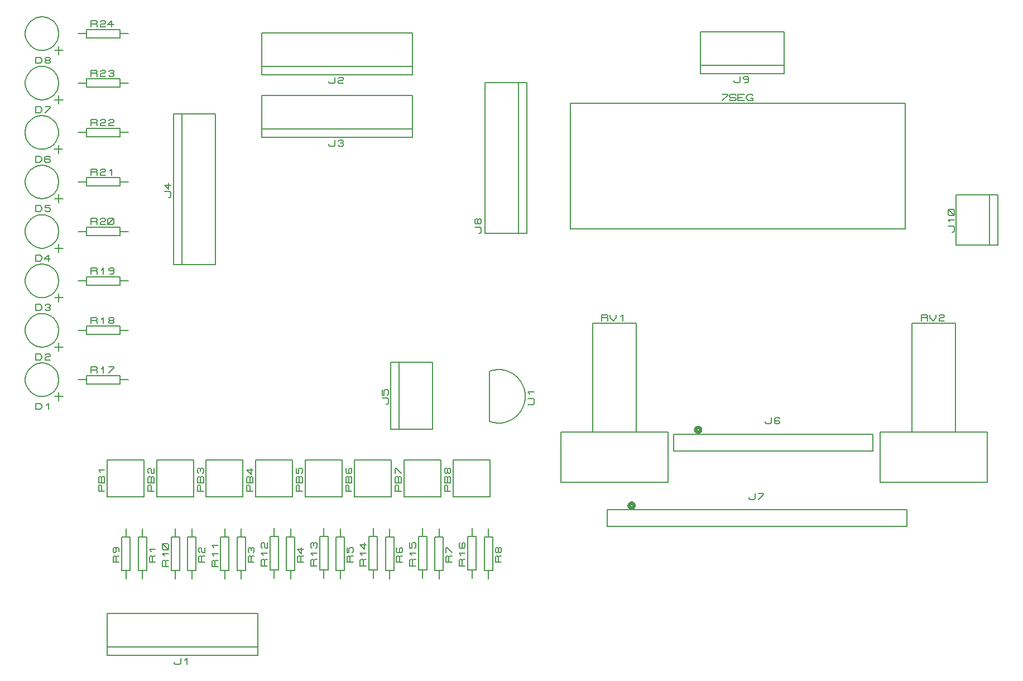
<source format=gbr>
G04 PROTEUS RS274X GERBER FILE*
%FSLAX45Y45*%
%MOMM*%
G01*
%ADD17C,0.203200*%
%ADD18C,0.508000*%
%ADD19C,0.152400*%
D17*
X+1416600Y+2471600D02*
X+1975400Y+2471600D01*
X+1975400Y+3030400D01*
X+1416600Y+3030400D01*
X+1416600Y+2471600D01*
X+1375960Y+2560500D02*
X+1284520Y+2560500D01*
X+1284520Y+2639875D01*
X+1299760Y+2655750D01*
X+1315000Y+2655750D01*
X+1330240Y+2639875D01*
X+1330240Y+2560500D01*
X+1375960Y+2687500D02*
X+1284520Y+2687500D01*
X+1284520Y+2766875D01*
X+1299760Y+2782750D01*
X+1315000Y+2782750D01*
X+1330240Y+2766875D01*
X+1345480Y+2782750D01*
X+1360720Y+2782750D01*
X+1375960Y+2766875D01*
X+1375960Y+2687500D01*
X+1330240Y+2687500D02*
X+1330240Y+2766875D01*
X+1315000Y+2846250D02*
X+1284520Y+2878000D01*
X+1375960Y+2878000D01*
X+2166600Y+2471600D02*
X+2725400Y+2471600D01*
X+2725400Y+3030400D01*
X+2166600Y+3030400D01*
X+2166600Y+2471600D01*
X+2125960Y+2560500D02*
X+2034520Y+2560500D01*
X+2034520Y+2639875D01*
X+2049760Y+2655750D01*
X+2065000Y+2655750D01*
X+2080240Y+2639875D01*
X+2080240Y+2560500D01*
X+2125960Y+2687500D02*
X+2034520Y+2687500D01*
X+2034520Y+2766875D01*
X+2049760Y+2782750D01*
X+2065000Y+2782750D01*
X+2080240Y+2766875D01*
X+2095480Y+2782750D01*
X+2110720Y+2782750D01*
X+2125960Y+2766875D01*
X+2125960Y+2687500D01*
X+2080240Y+2687500D02*
X+2080240Y+2766875D01*
X+2049760Y+2830375D02*
X+2034520Y+2846250D01*
X+2034520Y+2893875D01*
X+2049760Y+2909750D01*
X+2065000Y+2909750D01*
X+2080240Y+2893875D01*
X+2080240Y+2846250D01*
X+2095480Y+2830375D01*
X+2125960Y+2830375D01*
X+2125960Y+2909750D01*
X+2916600Y+2471600D02*
X+3475400Y+2471600D01*
X+3475400Y+3030400D01*
X+2916600Y+3030400D01*
X+2916600Y+2471600D01*
X+2875960Y+2560500D02*
X+2784520Y+2560500D01*
X+2784520Y+2639875D01*
X+2799760Y+2655750D01*
X+2815000Y+2655750D01*
X+2830240Y+2639875D01*
X+2830240Y+2560500D01*
X+2875960Y+2687500D02*
X+2784520Y+2687500D01*
X+2784520Y+2766875D01*
X+2799760Y+2782750D01*
X+2815000Y+2782750D01*
X+2830240Y+2766875D01*
X+2845480Y+2782750D01*
X+2860720Y+2782750D01*
X+2875960Y+2766875D01*
X+2875960Y+2687500D01*
X+2830240Y+2687500D02*
X+2830240Y+2766875D01*
X+2799760Y+2830375D02*
X+2784520Y+2846250D01*
X+2784520Y+2893875D01*
X+2799760Y+2909750D01*
X+2815000Y+2909750D01*
X+2830240Y+2893875D01*
X+2845480Y+2909750D01*
X+2860720Y+2909750D01*
X+2875960Y+2893875D01*
X+2875960Y+2846250D01*
X+2860720Y+2830375D01*
X+2830240Y+2862125D02*
X+2830240Y+2893875D01*
X+3666600Y+2471600D02*
X+4225400Y+2471600D01*
X+4225400Y+3030400D01*
X+3666600Y+3030400D01*
X+3666600Y+2471600D01*
X+3625960Y+2560500D02*
X+3534520Y+2560500D01*
X+3534520Y+2639875D01*
X+3549760Y+2655750D01*
X+3565000Y+2655750D01*
X+3580240Y+2639875D01*
X+3580240Y+2560500D01*
X+3625960Y+2687500D02*
X+3534520Y+2687500D01*
X+3534520Y+2766875D01*
X+3549760Y+2782750D01*
X+3565000Y+2782750D01*
X+3580240Y+2766875D01*
X+3595480Y+2782750D01*
X+3610720Y+2782750D01*
X+3625960Y+2766875D01*
X+3625960Y+2687500D01*
X+3580240Y+2687500D02*
X+3580240Y+2766875D01*
X+3595480Y+2909750D02*
X+3595480Y+2814500D01*
X+3534520Y+2878000D01*
X+3625960Y+2878000D01*
X+4416600Y+2471600D02*
X+4975400Y+2471600D01*
X+4975400Y+3030400D01*
X+4416600Y+3030400D01*
X+4416600Y+2471600D01*
X+4375960Y+2560500D02*
X+4284520Y+2560500D01*
X+4284520Y+2639875D01*
X+4299760Y+2655750D01*
X+4315000Y+2655750D01*
X+4330240Y+2639875D01*
X+4330240Y+2560500D01*
X+4375960Y+2687500D02*
X+4284520Y+2687500D01*
X+4284520Y+2766875D01*
X+4299760Y+2782750D01*
X+4315000Y+2782750D01*
X+4330240Y+2766875D01*
X+4345480Y+2782750D01*
X+4360720Y+2782750D01*
X+4375960Y+2766875D01*
X+4375960Y+2687500D01*
X+4330240Y+2687500D02*
X+4330240Y+2766875D01*
X+4284520Y+2909750D02*
X+4284520Y+2830375D01*
X+4315000Y+2830375D01*
X+4315000Y+2893875D01*
X+4330240Y+2909750D01*
X+4360720Y+2909750D01*
X+4375960Y+2893875D01*
X+4375960Y+2846250D01*
X+4360720Y+2830375D01*
X+5166600Y+2471600D02*
X+5725400Y+2471600D01*
X+5725400Y+3030400D01*
X+5166600Y+3030400D01*
X+5166600Y+2471600D01*
X+5125960Y+2560500D02*
X+5034520Y+2560500D01*
X+5034520Y+2639875D01*
X+5049760Y+2655750D01*
X+5065000Y+2655750D01*
X+5080240Y+2639875D01*
X+5080240Y+2560500D01*
X+5125960Y+2687500D02*
X+5034520Y+2687500D01*
X+5034520Y+2766875D01*
X+5049760Y+2782750D01*
X+5065000Y+2782750D01*
X+5080240Y+2766875D01*
X+5095480Y+2782750D01*
X+5110720Y+2782750D01*
X+5125960Y+2766875D01*
X+5125960Y+2687500D01*
X+5080240Y+2687500D02*
X+5080240Y+2766875D01*
X+5049760Y+2909750D02*
X+5034520Y+2893875D01*
X+5034520Y+2846250D01*
X+5049760Y+2830375D01*
X+5110720Y+2830375D01*
X+5125960Y+2846250D01*
X+5125960Y+2893875D01*
X+5110720Y+2909750D01*
X+5095480Y+2909750D01*
X+5080240Y+2893875D01*
X+5080240Y+2830375D01*
X+5916600Y+2471600D02*
X+6475400Y+2471600D01*
X+6475400Y+3030400D01*
X+5916600Y+3030400D01*
X+5916600Y+2471600D01*
X+5875960Y+2560500D02*
X+5784520Y+2560500D01*
X+5784520Y+2639875D01*
X+5799760Y+2655750D01*
X+5815000Y+2655750D01*
X+5830240Y+2639875D01*
X+5830240Y+2560500D01*
X+5875960Y+2687500D02*
X+5784520Y+2687500D01*
X+5784520Y+2766875D01*
X+5799760Y+2782750D01*
X+5815000Y+2782750D01*
X+5830240Y+2766875D01*
X+5845480Y+2782750D01*
X+5860720Y+2782750D01*
X+5875960Y+2766875D01*
X+5875960Y+2687500D01*
X+5830240Y+2687500D02*
X+5830240Y+2766875D01*
X+5784520Y+2830375D02*
X+5784520Y+2909750D01*
X+5799760Y+2909750D01*
X+5875960Y+2830375D01*
X+6666600Y+2471600D02*
X+7225400Y+2471600D01*
X+7225400Y+3030400D01*
X+6666600Y+3030400D01*
X+6666600Y+2471600D01*
X+6625960Y+2560500D02*
X+6534520Y+2560500D01*
X+6534520Y+2639875D01*
X+6549760Y+2655750D01*
X+6565000Y+2655750D01*
X+6580240Y+2639875D01*
X+6580240Y+2560500D01*
X+6625960Y+2687500D02*
X+6534520Y+2687500D01*
X+6534520Y+2766875D01*
X+6549760Y+2782750D01*
X+6565000Y+2782750D01*
X+6580240Y+2766875D01*
X+6595480Y+2782750D01*
X+6610720Y+2782750D01*
X+6625960Y+2766875D01*
X+6625960Y+2687500D01*
X+6580240Y+2687500D02*
X+6580240Y+2766875D01*
X+6580240Y+2846250D02*
X+6565000Y+2830375D01*
X+6549760Y+2830375D01*
X+6534520Y+2846250D01*
X+6534520Y+2893875D01*
X+6549760Y+2909750D01*
X+6565000Y+2909750D01*
X+6580240Y+2893875D01*
X+6580240Y+2846250D01*
X+6595480Y+2830375D01*
X+6610720Y+2830375D01*
X+6625960Y+2846250D01*
X+6625960Y+2893875D01*
X+6610720Y+2909750D01*
X+6595480Y+2909750D01*
X+6580240Y+2893875D01*
X+1950000Y+1993000D02*
X+1950000Y+1866000D01*
X+1886500Y+1358000D02*
X+2013500Y+1358000D01*
X+2013500Y+1866000D01*
X+1886500Y+1866000D01*
X+1886500Y+1358000D01*
X+1950000Y+1358000D02*
X+1950000Y+1231000D01*
X+2145580Y+1485000D02*
X+2054140Y+1485000D01*
X+2054140Y+1564375D01*
X+2069380Y+1580250D01*
X+2084620Y+1580250D01*
X+2099860Y+1564375D01*
X+2099860Y+1485000D01*
X+2099860Y+1564375D02*
X+2115100Y+1580250D01*
X+2145580Y+1580250D01*
X+2084620Y+1643750D02*
X+2054140Y+1675500D01*
X+2145580Y+1675500D01*
X+2700000Y+1993000D02*
X+2700000Y+1866000D01*
X+2636500Y+1358000D02*
X+2763500Y+1358000D01*
X+2763500Y+1866000D01*
X+2636500Y+1866000D01*
X+2636500Y+1358000D01*
X+2700000Y+1358000D02*
X+2700000Y+1231000D01*
X+2895580Y+1485000D02*
X+2804140Y+1485000D01*
X+2804140Y+1564375D01*
X+2819380Y+1580250D01*
X+2834620Y+1580250D01*
X+2849860Y+1564375D01*
X+2849860Y+1485000D01*
X+2849860Y+1564375D02*
X+2865100Y+1580250D01*
X+2895580Y+1580250D01*
X+2819380Y+1627875D02*
X+2804140Y+1643750D01*
X+2804140Y+1691375D01*
X+2819380Y+1707250D01*
X+2834620Y+1707250D01*
X+2849860Y+1691375D01*
X+2849860Y+1643750D01*
X+2865100Y+1627875D01*
X+2895580Y+1627875D01*
X+2895580Y+1707250D01*
X+3450000Y+1993000D02*
X+3450000Y+1866000D01*
X+3386500Y+1358000D02*
X+3513500Y+1358000D01*
X+3513500Y+1866000D01*
X+3386500Y+1866000D01*
X+3386500Y+1358000D01*
X+3450000Y+1358000D02*
X+3450000Y+1231000D01*
X+3645580Y+1485000D02*
X+3554140Y+1485000D01*
X+3554140Y+1564375D01*
X+3569380Y+1580250D01*
X+3584620Y+1580250D01*
X+3599860Y+1564375D01*
X+3599860Y+1485000D01*
X+3599860Y+1564375D02*
X+3615100Y+1580250D01*
X+3645580Y+1580250D01*
X+3569380Y+1627875D02*
X+3554140Y+1643750D01*
X+3554140Y+1691375D01*
X+3569380Y+1707250D01*
X+3584620Y+1707250D01*
X+3599860Y+1691375D01*
X+3615100Y+1707250D01*
X+3630340Y+1707250D01*
X+3645580Y+1691375D01*
X+3645580Y+1643750D01*
X+3630340Y+1627875D01*
X+3599860Y+1659625D02*
X+3599860Y+1691375D01*
X+4200000Y+1993000D02*
X+4200000Y+1866000D01*
X+4136500Y+1358000D02*
X+4263500Y+1358000D01*
X+4263500Y+1866000D01*
X+4136500Y+1866000D01*
X+4136500Y+1358000D01*
X+4200000Y+1358000D02*
X+4200000Y+1231000D01*
X+4395580Y+1485000D02*
X+4304140Y+1485000D01*
X+4304140Y+1564375D01*
X+4319380Y+1580250D01*
X+4334620Y+1580250D01*
X+4349860Y+1564375D01*
X+4349860Y+1485000D01*
X+4349860Y+1564375D02*
X+4365100Y+1580250D01*
X+4395580Y+1580250D01*
X+4365100Y+1707250D02*
X+4365100Y+1612000D01*
X+4304140Y+1675500D01*
X+4395580Y+1675500D01*
X+4950000Y+1993000D02*
X+4950000Y+1866000D01*
X+4886500Y+1358000D02*
X+5013500Y+1358000D01*
X+5013500Y+1866000D01*
X+4886500Y+1866000D01*
X+4886500Y+1358000D01*
X+4950000Y+1358000D02*
X+4950000Y+1231000D01*
X+5145580Y+1485000D02*
X+5054140Y+1485000D01*
X+5054140Y+1564375D01*
X+5069380Y+1580250D01*
X+5084620Y+1580250D01*
X+5099860Y+1564375D01*
X+5099860Y+1485000D01*
X+5099860Y+1564375D02*
X+5115100Y+1580250D01*
X+5145580Y+1580250D01*
X+5054140Y+1707250D02*
X+5054140Y+1627875D01*
X+5084620Y+1627875D01*
X+5084620Y+1691375D01*
X+5099860Y+1707250D01*
X+5130340Y+1707250D01*
X+5145580Y+1691375D01*
X+5145580Y+1643750D01*
X+5130340Y+1627875D01*
X+5700000Y+1993000D02*
X+5700000Y+1866000D01*
X+5636500Y+1358000D02*
X+5763500Y+1358000D01*
X+5763500Y+1866000D01*
X+5636500Y+1866000D01*
X+5636500Y+1358000D01*
X+5700000Y+1358000D02*
X+5700000Y+1231000D01*
X+5895580Y+1485000D02*
X+5804140Y+1485000D01*
X+5804140Y+1564375D01*
X+5819380Y+1580250D01*
X+5834620Y+1580250D01*
X+5849860Y+1564375D01*
X+5849860Y+1485000D01*
X+5849860Y+1564375D02*
X+5865100Y+1580250D01*
X+5895580Y+1580250D01*
X+5819380Y+1707250D02*
X+5804140Y+1691375D01*
X+5804140Y+1643750D01*
X+5819380Y+1627875D01*
X+5880340Y+1627875D01*
X+5895580Y+1643750D01*
X+5895580Y+1691375D01*
X+5880340Y+1707250D01*
X+5865100Y+1707250D01*
X+5849860Y+1691375D01*
X+5849860Y+1627875D01*
X+6450000Y+1993000D02*
X+6450000Y+1866000D01*
X+6386500Y+1358000D02*
X+6513500Y+1358000D01*
X+6513500Y+1866000D01*
X+6386500Y+1866000D01*
X+6386500Y+1358000D01*
X+6450000Y+1358000D02*
X+6450000Y+1231000D01*
X+6645580Y+1485000D02*
X+6554140Y+1485000D01*
X+6554140Y+1564375D01*
X+6569380Y+1580250D01*
X+6584620Y+1580250D01*
X+6599860Y+1564375D01*
X+6599860Y+1485000D01*
X+6599860Y+1564375D02*
X+6615100Y+1580250D01*
X+6645580Y+1580250D01*
X+6554140Y+1627875D02*
X+6554140Y+1707250D01*
X+6569380Y+1707250D01*
X+6645580Y+1627875D01*
X+7200000Y+1993000D02*
X+7200000Y+1866000D01*
X+7136500Y+1358000D02*
X+7263500Y+1358000D01*
X+7263500Y+1866000D01*
X+7136500Y+1866000D01*
X+7136500Y+1358000D01*
X+7200000Y+1358000D02*
X+7200000Y+1231000D01*
X+7395580Y+1485000D02*
X+7304140Y+1485000D01*
X+7304140Y+1564375D01*
X+7319380Y+1580250D01*
X+7334620Y+1580250D01*
X+7349860Y+1564375D01*
X+7349860Y+1485000D01*
X+7349860Y+1564375D02*
X+7365100Y+1580250D01*
X+7395580Y+1580250D01*
X+7349860Y+1643750D02*
X+7334620Y+1627875D01*
X+7319380Y+1627875D01*
X+7304140Y+1643750D01*
X+7304140Y+1691375D01*
X+7319380Y+1707250D01*
X+7334620Y+1707250D01*
X+7349860Y+1691375D01*
X+7349860Y+1643750D01*
X+7365100Y+1627875D01*
X+7380340Y+1627875D01*
X+7395580Y+1643750D01*
X+7395580Y+1691375D01*
X+7380340Y+1707250D01*
X+7365100Y+1707250D01*
X+7349860Y+1691375D01*
X+1700000Y+1231000D02*
X+1700000Y+1358000D01*
X+1636500Y+1358000D02*
X+1763500Y+1358000D01*
X+1763500Y+1866000D01*
X+1636500Y+1866000D01*
X+1636500Y+1358000D01*
X+1700000Y+1866000D02*
X+1700000Y+1993000D01*
X+1595860Y+1485000D02*
X+1504420Y+1485000D01*
X+1504420Y+1564375D01*
X+1519660Y+1580250D01*
X+1534900Y+1580250D01*
X+1550140Y+1564375D01*
X+1550140Y+1485000D01*
X+1550140Y+1564375D02*
X+1565380Y+1580250D01*
X+1595860Y+1580250D01*
X+1534900Y+1707250D02*
X+1550140Y+1691375D01*
X+1550140Y+1643750D01*
X+1534900Y+1627875D01*
X+1519660Y+1627875D01*
X+1504420Y+1643750D01*
X+1504420Y+1691375D01*
X+1519660Y+1707250D01*
X+1580620Y+1707250D01*
X+1595860Y+1691375D01*
X+1595860Y+1643750D01*
X+2450000Y+1227000D02*
X+2450000Y+1354000D01*
X+2386500Y+1354000D02*
X+2513500Y+1354000D01*
X+2513500Y+1862000D01*
X+2386500Y+1862000D01*
X+2386500Y+1354000D01*
X+2450000Y+1862000D02*
X+2450000Y+1989000D01*
X+2345860Y+1417500D02*
X+2254420Y+1417500D01*
X+2254420Y+1496875D01*
X+2269660Y+1512750D01*
X+2284900Y+1512750D01*
X+2300140Y+1496875D01*
X+2300140Y+1417500D01*
X+2300140Y+1496875D02*
X+2315380Y+1512750D01*
X+2345860Y+1512750D01*
X+2284900Y+1576250D02*
X+2254420Y+1608000D01*
X+2345860Y+1608000D01*
X+2330620Y+1671500D02*
X+2269660Y+1671500D01*
X+2254420Y+1687375D01*
X+2254420Y+1750875D01*
X+2269660Y+1766750D01*
X+2330620Y+1766750D01*
X+2345860Y+1750875D01*
X+2345860Y+1687375D01*
X+2330620Y+1671500D01*
X+2345860Y+1671500D02*
X+2254420Y+1766750D01*
X+3200000Y+1227000D02*
X+3200000Y+1354000D01*
X+3136500Y+1354000D02*
X+3263500Y+1354000D01*
X+3263500Y+1862000D01*
X+3136500Y+1862000D01*
X+3136500Y+1354000D01*
X+3200000Y+1862000D02*
X+3200000Y+1989000D01*
X+3095860Y+1417500D02*
X+3004420Y+1417500D01*
X+3004420Y+1496875D01*
X+3019660Y+1512750D01*
X+3034900Y+1512750D01*
X+3050140Y+1496875D01*
X+3050140Y+1417500D01*
X+3050140Y+1496875D02*
X+3065380Y+1512750D01*
X+3095860Y+1512750D01*
X+3034900Y+1576250D02*
X+3004420Y+1608000D01*
X+3095860Y+1608000D01*
X+3034900Y+1703250D02*
X+3004420Y+1735000D01*
X+3095860Y+1735000D01*
X+3950000Y+1237000D02*
X+3950000Y+1364000D01*
X+3886500Y+1364000D02*
X+4013500Y+1364000D01*
X+4013500Y+1872000D01*
X+3886500Y+1872000D01*
X+3886500Y+1364000D01*
X+3950000Y+1872000D02*
X+3950000Y+1999000D01*
X+3845860Y+1427500D02*
X+3754420Y+1427500D01*
X+3754420Y+1506875D01*
X+3769660Y+1522750D01*
X+3784900Y+1522750D01*
X+3800140Y+1506875D01*
X+3800140Y+1427500D01*
X+3800140Y+1506875D02*
X+3815380Y+1522750D01*
X+3845860Y+1522750D01*
X+3784900Y+1586250D02*
X+3754420Y+1618000D01*
X+3845860Y+1618000D01*
X+3769660Y+1697375D02*
X+3754420Y+1713250D01*
X+3754420Y+1760875D01*
X+3769660Y+1776750D01*
X+3784900Y+1776750D01*
X+3800140Y+1760875D01*
X+3800140Y+1713250D01*
X+3815380Y+1697375D01*
X+3845860Y+1697375D01*
X+3845860Y+1776750D01*
X+4700000Y+1237000D02*
X+4700000Y+1364000D01*
X+4636500Y+1364000D02*
X+4763500Y+1364000D01*
X+4763500Y+1872000D01*
X+4636500Y+1872000D01*
X+4636500Y+1364000D01*
X+4700000Y+1872000D02*
X+4700000Y+1999000D01*
X+4595860Y+1427500D02*
X+4504420Y+1427500D01*
X+4504420Y+1506875D01*
X+4519660Y+1522750D01*
X+4534900Y+1522750D01*
X+4550140Y+1506875D01*
X+4550140Y+1427500D01*
X+4550140Y+1506875D02*
X+4565380Y+1522750D01*
X+4595860Y+1522750D01*
X+4534900Y+1586250D02*
X+4504420Y+1618000D01*
X+4595860Y+1618000D01*
X+4519660Y+1697375D02*
X+4504420Y+1713250D01*
X+4504420Y+1760875D01*
X+4519660Y+1776750D01*
X+4534900Y+1776750D01*
X+4550140Y+1760875D01*
X+4565380Y+1776750D01*
X+4580620Y+1776750D01*
X+4595860Y+1760875D01*
X+4595860Y+1713250D01*
X+4580620Y+1697375D01*
X+4550140Y+1729125D02*
X+4550140Y+1760875D01*
X+5450000Y+1237000D02*
X+5450000Y+1364000D01*
X+5386500Y+1364000D02*
X+5513500Y+1364000D01*
X+5513500Y+1872000D01*
X+5386500Y+1872000D01*
X+5386500Y+1364000D01*
X+5450000Y+1872000D02*
X+5450000Y+1999000D01*
X+5345860Y+1427500D02*
X+5254420Y+1427500D01*
X+5254420Y+1506875D01*
X+5269660Y+1522750D01*
X+5284900Y+1522750D01*
X+5300140Y+1506875D01*
X+5300140Y+1427500D01*
X+5300140Y+1506875D02*
X+5315380Y+1522750D01*
X+5345860Y+1522750D01*
X+5284900Y+1586250D02*
X+5254420Y+1618000D01*
X+5345860Y+1618000D01*
X+5315380Y+1776750D02*
X+5315380Y+1681500D01*
X+5254420Y+1745000D01*
X+5345860Y+1745000D01*
X+6200000Y+1237000D02*
X+6200000Y+1364000D01*
X+6136500Y+1364000D02*
X+6263500Y+1364000D01*
X+6263500Y+1872000D01*
X+6136500Y+1872000D01*
X+6136500Y+1364000D01*
X+6200000Y+1872000D02*
X+6200000Y+1999000D01*
X+6095860Y+1427500D02*
X+6004420Y+1427500D01*
X+6004420Y+1506875D01*
X+6019660Y+1522750D01*
X+6034900Y+1522750D01*
X+6050140Y+1506875D01*
X+6050140Y+1427500D01*
X+6050140Y+1506875D02*
X+6065380Y+1522750D01*
X+6095860Y+1522750D01*
X+6034900Y+1586250D02*
X+6004420Y+1618000D01*
X+6095860Y+1618000D01*
X+6004420Y+1776750D02*
X+6004420Y+1697375D01*
X+6034900Y+1697375D01*
X+6034900Y+1760875D01*
X+6050140Y+1776750D01*
X+6080620Y+1776750D01*
X+6095860Y+1760875D01*
X+6095860Y+1713250D01*
X+6080620Y+1697375D01*
X+6950000Y+1237000D02*
X+6950000Y+1364000D01*
X+6886500Y+1364000D02*
X+7013500Y+1364000D01*
X+7013500Y+1872000D01*
X+6886500Y+1872000D01*
X+6886500Y+1364000D01*
X+6950000Y+1872000D02*
X+6950000Y+1999000D01*
X+6845860Y+1427500D02*
X+6754420Y+1427500D01*
X+6754420Y+1506875D01*
X+6769660Y+1522750D01*
X+6784900Y+1522750D01*
X+6800140Y+1506875D01*
X+6800140Y+1427500D01*
X+6800140Y+1506875D02*
X+6815380Y+1522750D01*
X+6845860Y+1522750D01*
X+6784900Y+1586250D02*
X+6754420Y+1618000D01*
X+6845860Y+1618000D01*
X+6769660Y+1776750D02*
X+6754420Y+1760875D01*
X+6754420Y+1713250D01*
X+6769660Y+1697375D01*
X+6830620Y+1697375D01*
X+6845860Y+1713250D01*
X+6845860Y+1760875D01*
X+6830620Y+1776750D01*
X+6815380Y+1776750D01*
X+6800140Y+1760875D01*
X+6800140Y+1697375D01*
X+681000Y+4250000D02*
X+680173Y+4270483D01*
X+673455Y+4311450D01*
X+659437Y+4352417D01*
X+636659Y+4393384D01*
X+601859Y+4434229D01*
X+560892Y+4465845D01*
X+519925Y+4486392D01*
X+478958Y+4498629D01*
X+437991Y+4503762D01*
X+427000Y+4504000D01*
X+173000Y+4250000D02*
X+173827Y+4270483D01*
X+180545Y+4311450D01*
X+194563Y+4352417D01*
X+217341Y+4393384D01*
X+252141Y+4434229D01*
X+293108Y+4465845D01*
X+334075Y+4486392D01*
X+375042Y+4498629D01*
X+416009Y+4503762D01*
X+427000Y+4504000D01*
X+173000Y+4250000D02*
X+173827Y+4229517D01*
X+180545Y+4188550D01*
X+194563Y+4147583D01*
X+217341Y+4106616D01*
X+252141Y+4065771D01*
X+293108Y+4034155D01*
X+334075Y+4013608D01*
X+375042Y+4001371D01*
X+416009Y+3996238D01*
X+427000Y+3996000D01*
X+681000Y+4250000D02*
X+680173Y+4229517D01*
X+673455Y+4188550D01*
X+659437Y+4147583D01*
X+636659Y+4106616D01*
X+601859Y+4065771D01*
X+560892Y+4034155D01*
X+519925Y+4013608D01*
X+478958Y+4001371D01*
X+437991Y+3996238D01*
X+427000Y+3996000D01*
X+744500Y+3996000D02*
X+617500Y+3996000D01*
X+681000Y+3932500D02*
X+681000Y+4059500D01*
X+331750Y+3800420D02*
X+331750Y+3891860D01*
X+395250Y+3891860D01*
X+427000Y+3861380D01*
X+427000Y+3830900D01*
X+395250Y+3800420D01*
X+331750Y+3800420D01*
X+490500Y+3861380D02*
X+522250Y+3891860D01*
X+522250Y+3800420D01*
X+681000Y+5000000D02*
X+680173Y+5020483D01*
X+673455Y+5061450D01*
X+659437Y+5102417D01*
X+636659Y+5143384D01*
X+601859Y+5184229D01*
X+560892Y+5215845D01*
X+519925Y+5236392D01*
X+478958Y+5248629D01*
X+437991Y+5253762D01*
X+427000Y+5254000D01*
X+173000Y+5000000D02*
X+173827Y+5020483D01*
X+180545Y+5061450D01*
X+194563Y+5102417D01*
X+217341Y+5143384D01*
X+252141Y+5184229D01*
X+293108Y+5215845D01*
X+334075Y+5236392D01*
X+375042Y+5248629D01*
X+416009Y+5253762D01*
X+427000Y+5254000D01*
X+173000Y+5000000D02*
X+173827Y+4979517D01*
X+180545Y+4938550D01*
X+194563Y+4897583D01*
X+217341Y+4856616D01*
X+252141Y+4815771D01*
X+293108Y+4784155D01*
X+334075Y+4763608D01*
X+375042Y+4751371D01*
X+416009Y+4746238D01*
X+427000Y+4746000D01*
X+681000Y+5000000D02*
X+680173Y+4979517D01*
X+673455Y+4938550D01*
X+659437Y+4897583D01*
X+636659Y+4856616D01*
X+601859Y+4815771D01*
X+560892Y+4784155D01*
X+519925Y+4763608D01*
X+478958Y+4751371D01*
X+437991Y+4746238D01*
X+427000Y+4746000D01*
X+744500Y+4746000D02*
X+617500Y+4746000D01*
X+681000Y+4682500D02*
X+681000Y+4809500D01*
X+331750Y+4550420D02*
X+331750Y+4641860D01*
X+395250Y+4641860D01*
X+427000Y+4611380D01*
X+427000Y+4580900D01*
X+395250Y+4550420D01*
X+331750Y+4550420D01*
X+474625Y+4626620D02*
X+490500Y+4641860D01*
X+538125Y+4641860D01*
X+554000Y+4626620D01*
X+554000Y+4611380D01*
X+538125Y+4596140D01*
X+490500Y+4596140D01*
X+474625Y+4580900D01*
X+474625Y+4550420D01*
X+554000Y+4550420D01*
X+681000Y+5750000D02*
X+680173Y+5770483D01*
X+673455Y+5811450D01*
X+659437Y+5852417D01*
X+636659Y+5893384D01*
X+601859Y+5934229D01*
X+560892Y+5965845D01*
X+519925Y+5986392D01*
X+478958Y+5998629D01*
X+437991Y+6003762D01*
X+427000Y+6004000D01*
X+173000Y+5750000D02*
X+173827Y+5770483D01*
X+180545Y+5811450D01*
X+194563Y+5852417D01*
X+217341Y+5893384D01*
X+252141Y+5934229D01*
X+293108Y+5965845D01*
X+334075Y+5986392D01*
X+375042Y+5998629D01*
X+416009Y+6003762D01*
X+427000Y+6004000D01*
X+173000Y+5750000D02*
X+173827Y+5729517D01*
X+180545Y+5688550D01*
X+194563Y+5647583D01*
X+217341Y+5606616D01*
X+252141Y+5565771D01*
X+293108Y+5534155D01*
X+334075Y+5513608D01*
X+375042Y+5501371D01*
X+416009Y+5496238D01*
X+427000Y+5496000D01*
X+681000Y+5750000D02*
X+680173Y+5729517D01*
X+673455Y+5688550D01*
X+659437Y+5647583D01*
X+636659Y+5606616D01*
X+601859Y+5565771D01*
X+560892Y+5534155D01*
X+519925Y+5513608D01*
X+478958Y+5501371D01*
X+437991Y+5496238D01*
X+427000Y+5496000D01*
X+744500Y+5496000D02*
X+617500Y+5496000D01*
X+681000Y+5432500D02*
X+681000Y+5559500D01*
X+331750Y+5300420D02*
X+331750Y+5391860D01*
X+395250Y+5391860D01*
X+427000Y+5361380D01*
X+427000Y+5330900D01*
X+395250Y+5300420D01*
X+331750Y+5300420D01*
X+474625Y+5376620D02*
X+490500Y+5391860D01*
X+538125Y+5391860D01*
X+554000Y+5376620D01*
X+554000Y+5361380D01*
X+538125Y+5346140D01*
X+554000Y+5330900D01*
X+554000Y+5315660D01*
X+538125Y+5300420D01*
X+490500Y+5300420D01*
X+474625Y+5315660D01*
X+506375Y+5346140D02*
X+538125Y+5346140D01*
X+681000Y+6500000D02*
X+680173Y+6520483D01*
X+673455Y+6561450D01*
X+659437Y+6602417D01*
X+636659Y+6643384D01*
X+601859Y+6684229D01*
X+560892Y+6715845D01*
X+519925Y+6736392D01*
X+478958Y+6748629D01*
X+437991Y+6753762D01*
X+427000Y+6754000D01*
X+173000Y+6500000D02*
X+173827Y+6520483D01*
X+180545Y+6561450D01*
X+194563Y+6602417D01*
X+217341Y+6643384D01*
X+252141Y+6684229D01*
X+293108Y+6715845D01*
X+334075Y+6736392D01*
X+375042Y+6748629D01*
X+416009Y+6753762D01*
X+427000Y+6754000D01*
X+173000Y+6500000D02*
X+173827Y+6479517D01*
X+180545Y+6438550D01*
X+194563Y+6397583D01*
X+217341Y+6356616D01*
X+252141Y+6315771D01*
X+293108Y+6284155D01*
X+334075Y+6263608D01*
X+375042Y+6251371D01*
X+416009Y+6246238D01*
X+427000Y+6246000D01*
X+681000Y+6500000D02*
X+680173Y+6479517D01*
X+673455Y+6438550D01*
X+659437Y+6397583D01*
X+636659Y+6356616D01*
X+601859Y+6315771D01*
X+560892Y+6284155D01*
X+519925Y+6263608D01*
X+478958Y+6251371D01*
X+437991Y+6246238D01*
X+427000Y+6246000D01*
X+744500Y+6246000D02*
X+617500Y+6246000D01*
X+681000Y+6182500D02*
X+681000Y+6309500D01*
X+331750Y+6050420D02*
X+331750Y+6141860D01*
X+395250Y+6141860D01*
X+427000Y+6111380D01*
X+427000Y+6080900D01*
X+395250Y+6050420D01*
X+331750Y+6050420D01*
X+554000Y+6080900D02*
X+458750Y+6080900D01*
X+522250Y+6141860D01*
X+522250Y+6050420D01*
X+681000Y+7250000D02*
X+680173Y+7270483D01*
X+673455Y+7311450D01*
X+659437Y+7352417D01*
X+636659Y+7393384D01*
X+601859Y+7434229D01*
X+560892Y+7465845D01*
X+519925Y+7486392D01*
X+478958Y+7498629D01*
X+437991Y+7503762D01*
X+427000Y+7504000D01*
X+173000Y+7250000D02*
X+173827Y+7270483D01*
X+180545Y+7311450D01*
X+194563Y+7352417D01*
X+217341Y+7393384D01*
X+252141Y+7434229D01*
X+293108Y+7465845D01*
X+334075Y+7486392D01*
X+375042Y+7498629D01*
X+416009Y+7503762D01*
X+427000Y+7504000D01*
X+173000Y+7250000D02*
X+173827Y+7229517D01*
X+180545Y+7188550D01*
X+194563Y+7147583D01*
X+217341Y+7106616D01*
X+252141Y+7065771D01*
X+293108Y+7034155D01*
X+334075Y+7013608D01*
X+375042Y+7001371D01*
X+416009Y+6996238D01*
X+427000Y+6996000D01*
X+681000Y+7250000D02*
X+680173Y+7229517D01*
X+673455Y+7188550D01*
X+659437Y+7147583D01*
X+636659Y+7106616D01*
X+601859Y+7065771D01*
X+560892Y+7034155D01*
X+519925Y+7013608D01*
X+478958Y+7001371D01*
X+437991Y+6996238D01*
X+427000Y+6996000D01*
X+744500Y+6996000D02*
X+617500Y+6996000D01*
X+681000Y+6932500D02*
X+681000Y+7059500D01*
X+331750Y+6800420D02*
X+331750Y+6891860D01*
X+395250Y+6891860D01*
X+427000Y+6861380D01*
X+427000Y+6830900D01*
X+395250Y+6800420D01*
X+331750Y+6800420D01*
X+554000Y+6891860D02*
X+474625Y+6891860D01*
X+474625Y+6861380D01*
X+538125Y+6861380D01*
X+554000Y+6846140D01*
X+554000Y+6815660D01*
X+538125Y+6800420D01*
X+490500Y+6800420D01*
X+474625Y+6815660D01*
X+677000Y+8000000D02*
X+676173Y+8020483D01*
X+669455Y+8061450D01*
X+655437Y+8102417D01*
X+632659Y+8143384D01*
X+597859Y+8184229D01*
X+556892Y+8215845D01*
X+515925Y+8236392D01*
X+474958Y+8248629D01*
X+433991Y+8253762D01*
X+423000Y+8254000D01*
X+169000Y+8000000D02*
X+169827Y+8020483D01*
X+176545Y+8061450D01*
X+190563Y+8102417D01*
X+213341Y+8143384D01*
X+248141Y+8184229D01*
X+289108Y+8215845D01*
X+330075Y+8236392D01*
X+371042Y+8248629D01*
X+412009Y+8253762D01*
X+423000Y+8254000D01*
X+169000Y+8000000D02*
X+169827Y+7979517D01*
X+176545Y+7938550D01*
X+190563Y+7897583D01*
X+213341Y+7856616D01*
X+248141Y+7815771D01*
X+289108Y+7784155D01*
X+330075Y+7763608D01*
X+371042Y+7751371D01*
X+412009Y+7746238D01*
X+423000Y+7746000D01*
X+677000Y+8000000D02*
X+676173Y+7979517D01*
X+669455Y+7938550D01*
X+655437Y+7897583D01*
X+632659Y+7856616D01*
X+597859Y+7815771D01*
X+556892Y+7784155D01*
X+515925Y+7763608D01*
X+474958Y+7751371D01*
X+433991Y+7746238D01*
X+423000Y+7746000D01*
X+740500Y+7746000D02*
X+613500Y+7746000D01*
X+677000Y+7682500D02*
X+677000Y+7809500D01*
X+327750Y+7550420D02*
X+327750Y+7641860D01*
X+391250Y+7641860D01*
X+423000Y+7611380D01*
X+423000Y+7580900D01*
X+391250Y+7550420D01*
X+327750Y+7550420D01*
X+550000Y+7626620D02*
X+534125Y+7641860D01*
X+486500Y+7641860D01*
X+470625Y+7626620D01*
X+470625Y+7565660D01*
X+486500Y+7550420D01*
X+534125Y+7550420D01*
X+550000Y+7565660D01*
X+550000Y+7580900D01*
X+534125Y+7596140D01*
X+470625Y+7596140D01*
X+681000Y+8750000D02*
X+680173Y+8770483D01*
X+673455Y+8811450D01*
X+659437Y+8852417D01*
X+636659Y+8893384D01*
X+601859Y+8934229D01*
X+560892Y+8965845D01*
X+519925Y+8986392D01*
X+478958Y+8998629D01*
X+437991Y+9003762D01*
X+427000Y+9004000D01*
X+173000Y+8750000D02*
X+173827Y+8770483D01*
X+180545Y+8811450D01*
X+194563Y+8852417D01*
X+217341Y+8893384D01*
X+252141Y+8934229D01*
X+293108Y+8965845D01*
X+334075Y+8986392D01*
X+375042Y+8998629D01*
X+416009Y+9003762D01*
X+427000Y+9004000D01*
X+173000Y+8750000D02*
X+173827Y+8729517D01*
X+180545Y+8688550D01*
X+194563Y+8647583D01*
X+217341Y+8606616D01*
X+252141Y+8565771D01*
X+293108Y+8534155D01*
X+334075Y+8513608D01*
X+375042Y+8501371D01*
X+416009Y+8496238D01*
X+427000Y+8496000D01*
X+681000Y+8750000D02*
X+680173Y+8729517D01*
X+673455Y+8688550D01*
X+659437Y+8647583D01*
X+636659Y+8606616D01*
X+601859Y+8565771D01*
X+560892Y+8534155D01*
X+519925Y+8513608D01*
X+478958Y+8501371D01*
X+437991Y+8496238D01*
X+427000Y+8496000D01*
X+744500Y+8496000D02*
X+617500Y+8496000D01*
X+681000Y+8432500D02*
X+681000Y+8559500D01*
X+331750Y+8300420D02*
X+331750Y+8391860D01*
X+395250Y+8391860D01*
X+427000Y+8361380D01*
X+427000Y+8330900D01*
X+395250Y+8300420D01*
X+331750Y+8300420D01*
X+474625Y+8391860D02*
X+554000Y+8391860D01*
X+554000Y+8376620D01*
X+474625Y+8300420D01*
X+681000Y+9500000D02*
X+680173Y+9520483D01*
X+673455Y+9561450D01*
X+659437Y+9602417D01*
X+636659Y+9643384D01*
X+601859Y+9684229D01*
X+560892Y+9715845D01*
X+519925Y+9736392D01*
X+478958Y+9748629D01*
X+437991Y+9753762D01*
X+427000Y+9754000D01*
X+173000Y+9500000D02*
X+173827Y+9520483D01*
X+180545Y+9561450D01*
X+194563Y+9602417D01*
X+217341Y+9643384D01*
X+252141Y+9684229D01*
X+293108Y+9715845D01*
X+334075Y+9736392D01*
X+375042Y+9748629D01*
X+416009Y+9753762D01*
X+427000Y+9754000D01*
X+173000Y+9500000D02*
X+173827Y+9479517D01*
X+180545Y+9438550D01*
X+194563Y+9397583D01*
X+217341Y+9356616D01*
X+252141Y+9315771D01*
X+293108Y+9284155D01*
X+334075Y+9263608D01*
X+375042Y+9251371D01*
X+416009Y+9246238D01*
X+427000Y+9246000D01*
X+681000Y+9500000D02*
X+680173Y+9479517D01*
X+673455Y+9438550D01*
X+659437Y+9397583D01*
X+636659Y+9356616D01*
X+601859Y+9315771D01*
X+560892Y+9284155D01*
X+519925Y+9263608D01*
X+478958Y+9251371D01*
X+437991Y+9246238D01*
X+427000Y+9246000D01*
X+744500Y+9246000D02*
X+617500Y+9246000D01*
X+681000Y+9182500D02*
X+681000Y+9309500D01*
X+331750Y+9050420D02*
X+331750Y+9141860D01*
X+395250Y+9141860D01*
X+427000Y+9111380D01*
X+427000Y+9080900D01*
X+395250Y+9050420D01*
X+331750Y+9050420D01*
X+490500Y+9096140D02*
X+474625Y+9111380D01*
X+474625Y+9126620D01*
X+490500Y+9141860D01*
X+538125Y+9141860D01*
X+554000Y+9126620D01*
X+554000Y+9111380D01*
X+538125Y+9096140D01*
X+490500Y+9096140D01*
X+474625Y+9080900D01*
X+474625Y+9065660D01*
X+490500Y+9050420D01*
X+538125Y+9050420D01*
X+554000Y+9065660D01*
X+554000Y+9080900D01*
X+538125Y+9096140D01*
X+1418000Y+69000D02*
X+3704000Y+69000D01*
X+3704000Y+704000D01*
X+1418000Y+704000D01*
X+1418000Y+69000D01*
X+3704000Y+196000D02*
X+1418000Y+196000D01*
X+2434000Y-32600D02*
X+2434000Y-47840D01*
X+2449875Y-63080D01*
X+2513375Y-63080D01*
X+2529250Y-47840D01*
X+2529250Y+28360D01*
X+2592750Y-2120D02*
X+2624500Y+28360D01*
X+2624500Y-63080D01*
X+3761500Y+8876500D02*
X+6047500Y+8876500D01*
X+6047500Y+9511500D01*
X+3761500Y+9511500D01*
X+3761500Y+8876500D01*
X+6047500Y+9003500D02*
X+3761500Y+9003500D01*
X+4777500Y+8774900D02*
X+4777500Y+8759660D01*
X+4793375Y+8744420D01*
X+4856875Y+8744420D01*
X+4872750Y+8759660D01*
X+4872750Y+8835860D01*
X+4920375Y+8820620D02*
X+4936250Y+8835860D01*
X+4983875Y+8835860D01*
X+4999750Y+8820620D01*
X+4999750Y+8805380D01*
X+4983875Y+8790140D01*
X+4936250Y+8790140D01*
X+4920375Y+8774900D01*
X+4920375Y+8744420D01*
X+4999750Y+8744420D01*
X+3761500Y+7926500D02*
X+6047500Y+7926500D01*
X+6047500Y+8561500D01*
X+3761500Y+8561500D01*
X+3761500Y+7926500D01*
X+6047500Y+8053500D02*
X+3761500Y+8053500D01*
X+4777500Y+7824900D02*
X+4777500Y+7809660D01*
X+4793375Y+7794420D01*
X+4856875Y+7794420D01*
X+4872750Y+7809660D01*
X+4872750Y+7885860D01*
X+4920375Y+7870620D02*
X+4936250Y+7885860D01*
X+4983875Y+7885860D01*
X+4999750Y+7870620D01*
X+4999750Y+7855380D01*
X+4983875Y+7840140D01*
X+4999750Y+7824900D01*
X+4999750Y+7809660D01*
X+4983875Y+7794420D01*
X+4936250Y+7794420D01*
X+4920375Y+7809660D01*
X+4952125Y+7840140D02*
X+4983875Y+7840140D01*
X+2419000Y+5996000D02*
X+3054000Y+5996000D01*
X+3054000Y+8282000D01*
X+2419000Y+8282000D01*
X+2419000Y+5996000D01*
X+2546000Y+5996000D02*
X+2546000Y+8282000D01*
X+2347880Y+7012000D02*
X+2363120Y+7012000D01*
X+2378360Y+7027875D01*
X+2378360Y+7091375D01*
X+2363120Y+7107250D01*
X+2286920Y+7107250D01*
X+2347880Y+7234250D02*
X+2347880Y+7139000D01*
X+2286920Y+7202500D01*
X+2378360Y+7202500D01*
X+5719000Y+3496000D02*
X+6354000Y+3496000D01*
X+6354000Y+4512000D01*
X+5719000Y+4512000D01*
X+5719000Y+3496000D01*
X+5846000Y+3496000D02*
X+5846000Y+4512000D01*
X+5647880Y+3877000D02*
X+5663120Y+3877000D01*
X+5678360Y+3892875D01*
X+5678360Y+3956375D01*
X+5663120Y+3972250D01*
X+5586920Y+3972250D01*
X+5586920Y+4099250D02*
X+5586920Y+4019875D01*
X+5617400Y+4019875D01*
X+5617400Y+4083375D01*
X+5632640Y+4099250D01*
X+5663120Y+4099250D01*
X+5678360Y+4083375D01*
X+5678360Y+4035750D01*
X+5663120Y+4019875D01*
D18*
X+10418100Y+3490500D02*
X+10417969Y+3493658D01*
X+10416903Y+3499976D01*
X+10414672Y+3506294D01*
X+10411027Y+3512612D01*
X+10405452Y+3518851D01*
X+10399134Y+3523447D01*
X+10392816Y+3526380D01*
X+10386498Y+3528042D01*
X+10380180Y+3528600D01*
X+10380000Y+3528600D01*
X+10341900Y+3490500D02*
X+10342031Y+3493658D01*
X+10343097Y+3499976D01*
X+10345328Y+3506294D01*
X+10348973Y+3512612D01*
X+10354548Y+3518851D01*
X+10360866Y+3523447D01*
X+10367184Y+3526380D01*
X+10373502Y+3528042D01*
X+10379820Y+3528600D01*
X+10380000Y+3528600D01*
X+10341900Y+3490500D02*
X+10342031Y+3487342D01*
X+10343097Y+3481024D01*
X+10345328Y+3474706D01*
X+10348973Y+3468388D01*
X+10354548Y+3462149D01*
X+10360866Y+3457553D01*
X+10367184Y+3454620D01*
X+10373502Y+3452958D01*
X+10379820Y+3452400D01*
X+10380000Y+3452400D01*
X+10418100Y+3490500D02*
X+10417969Y+3487342D01*
X+10416903Y+3481024D01*
X+10414672Y+3474706D01*
X+10411027Y+3468388D01*
X+10405452Y+3462149D01*
X+10399134Y+3457553D01*
X+10392816Y+3454620D01*
X+10386498Y+3452958D01*
X+10380180Y+3452400D01*
X+10380000Y+3452400D01*
D19*
X+10011700Y+3173000D02*
X+13034300Y+3173000D01*
X+13034300Y+3427000D01*
X+10011700Y+3427000D01*
X+10011700Y+3173000D01*
D17*
X+11396000Y+3614960D02*
X+11396000Y+3599720D01*
X+11411875Y+3584480D01*
X+11475375Y+3584480D01*
X+11491250Y+3599720D01*
X+11491250Y+3675920D01*
X+11618250Y+3660680D02*
X+11602375Y+3675920D01*
X+11554750Y+3675920D01*
X+11538875Y+3660680D01*
X+11538875Y+3599720D01*
X+11554750Y+3584480D01*
X+11602375Y+3584480D01*
X+11618250Y+3599720D01*
X+11618250Y+3614960D01*
X+11602375Y+3630200D01*
X+11538875Y+3630200D01*
D18*
X+9410100Y+2340500D02*
X+9409969Y+2343658D01*
X+9408903Y+2349976D01*
X+9406672Y+2356294D01*
X+9403027Y+2362612D01*
X+9397452Y+2368851D01*
X+9391134Y+2373447D01*
X+9384816Y+2376380D01*
X+9378498Y+2378042D01*
X+9372180Y+2378600D01*
X+9372000Y+2378600D01*
X+9333900Y+2340500D02*
X+9334031Y+2343658D01*
X+9335097Y+2349976D01*
X+9337328Y+2356294D01*
X+9340973Y+2362612D01*
X+9346548Y+2368851D01*
X+9352866Y+2373447D01*
X+9359184Y+2376380D01*
X+9365502Y+2378042D01*
X+9371820Y+2378600D01*
X+9372000Y+2378600D01*
X+9333900Y+2340500D02*
X+9334031Y+2337342D01*
X+9335097Y+2331024D01*
X+9337328Y+2324706D01*
X+9340973Y+2318388D01*
X+9346548Y+2312149D01*
X+9352866Y+2307553D01*
X+9359184Y+2304620D01*
X+9365502Y+2302958D01*
X+9371820Y+2302400D01*
X+9372000Y+2302400D01*
X+9410100Y+2340500D02*
X+9409969Y+2337342D01*
X+9408903Y+2331024D01*
X+9406672Y+2324706D01*
X+9403027Y+2318388D01*
X+9397452Y+2312149D01*
X+9391134Y+2307553D01*
X+9384816Y+2304620D01*
X+9378498Y+2302958D01*
X+9372180Y+2302400D01*
X+9372000Y+2302400D01*
D19*
X+9003700Y+2023000D02*
X+13550300Y+2023000D01*
X+13550300Y+2277000D01*
X+9003700Y+2277000D01*
X+9003700Y+2023000D01*
D17*
X+11150000Y+2464960D02*
X+11150000Y+2449720D01*
X+11165875Y+2434480D01*
X+11229375Y+2434480D01*
X+11245250Y+2449720D01*
X+11245250Y+2525920D01*
X+11292875Y+2525920D02*
X+11372250Y+2525920D01*
X+11372250Y+2510680D01*
X+11292875Y+2434480D01*
X+7145000Y+6471500D02*
X+7780000Y+6471500D01*
X+7780000Y+8757500D01*
X+7145000Y+8757500D01*
X+7145000Y+6471500D01*
X+7653000Y+8757500D02*
X+7653000Y+6471500D01*
X+7056100Y+6471500D02*
X+7071340Y+6471500D01*
X+7086580Y+6487375D01*
X+7086580Y+6550875D01*
X+7071340Y+6566750D01*
X+6995140Y+6566750D01*
X+7040860Y+6630250D02*
X+7025620Y+6614375D01*
X+7010380Y+6614375D01*
X+6995140Y+6630250D01*
X+6995140Y+6677875D01*
X+7010380Y+6693750D01*
X+7025620Y+6693750D01*
X+7040860Y+6677875D01*
X+7040860Y+6630250D01*
X+7056100Y+6614375D01*
X+7071340Y+6614375D01*
X+7086580Y+6630250D01*
X+7086580Y+6677875D01*
X+7071340Y+6693750D01*
X+7056100Y+6693750D01*
X+7040860Y+6677875D01*
X+10414000Y+8890000D02*
X+11684000Y+8890000D01*
X+11684000Y+9525000D01*
X+10414000Y+9525000D01*
X+10414000Y+8890000D01*
X+11684000Y+9017000D02*
X+10414000Y+9017000D01*
X+10922000Y+8788400D02*
X+10922000Y+8773160D01*
X+10937875Y+8757920D01*
X+11001375Y+8757920D01*
X+11017250Y+8773160D01*
X+11017250Y+8849360D01*
X+11144250Y+8818880D02*
X+11128375Y+8803640D01*
X+11080750Y+8803640D01*
X+11064875Y+8818880D01*
X+11064875Y+8834120D01*
X+11080750Y+8849360D01*
X+11128375Y+8849360D01*
X+11144250Y+8834120D01*
X+11144250Y+8773160D01*
X+11128375Y+8757920D01*
X+11080750Y+8757920D01*
X+14296000Y+6296000D02*
X+14931000Y+6296000D01*
X+14931000Y+7058000D01*
X+14296000Y+7058000D01*
X+14296000Y+6296000D01*
X+14804000Y+7058000D02*
X+14804000Y+6296000D01*
X+14232600Y+6486500D02*
X+14247840Y+6486500D01*
X+14263080Y+6502375D01*
X+14263080Y+6565875D01*
X+14247840Y+6581750D01*
X+14171640Y+6581750D01*
X+14202120Y+6645250D02*
X+14171640Y+6677000D01*
X+14263080Y+6677000D01*
X+14247840Y+6740500D02*
X+14186880Y+6740500D01*
X+14171640Y+6756375D01*
X+14171640Y+6819875D01*
X+14186880Y+6835750D01*
X+14247840Y+6835750D01*
X+14263080Y+6819875D01*
X+14263080Y+6756375D01*
X+14247840Y+6740500D01*
X+14263080Y+6740500D02*
X+14171640Y+6835750D01*
X+977000Y+4250000D02*
X+1104000Y+4250000D01*
X+1104000Y+4186500D02*
X+1612000Y+4186500D01*
X+1612000Y+4313500D01*
X+1104000Y+4313500D01*
X+1104000Y+4186500D01*
X+1612000Y+4250000D02*
X+1739000Y+4250000D01*
X+1167500Y+4354140D02*
X+1167500Y+4445580D01*
X+1246875Y+4445580D01*
X+1262750Y+4430340D01*
X+1262750Y+4415100D01*
X+1246875Y+4399860D01*
X+1167500Y+4399860D01*
X+1246875Y+4399860D02*
X+1262750Y+4384620D01*
X+1262750Y+4354140D01*
X+1326250Y+4415100D02*
X+1358000Y+4445580D01*
X+1358000Y+4354140D01*
X+1437375Y+4445580D02*
X+1516750Y+4445580D01*
X+1516750Y+4430340D01*
X+1437375Y+4354140D01*
X+977000Y+5000000D02*
X+1104000Y+5000000D01*
X+1104000Y+4936500D02*
X+1612000Y+4936500D01*
X+1612000Y+5063500D01*
X+1104000Y+5063500D01*
X+1104000Y+4936500D01*
X+1612000Y+5000000D02*
X+1739000Y+5000000D01*
X+1167500Y+5104140D02*
X+1167500Y+5195580D01*
X+1246875Y+5195580D01*
X+1262750Y+5180340D01*
X+1262750Y+5165100D01*
X+1246875Y+5149860D01*
X+1167500Y+5149860D01*
X+1246875Y+5149860D02*
X+1262750Y+5134620D01*
X+1262750Y+5104140D01*
X+1326250Y+5165100D02*
X+1358000Y+5195580D01*
X+1358000Y+5104140D01*
X+1453250Y+5149860D02*
X+1437375Y+5165100D01*
X+1437375Y+5180340D01*
X+1453250Y+5195580D01*
X+1500875Y+5195580D01*
X+1516750Y+5180340D01*
X+1516750Y+5165100D01*
X+1500875Y+5149860D01*
X+1453250Y+5149860D01*
X+1437375Y+5134620D01*
X+1437375Y+5119380D01*
X+1453250Y+5104140D01*
X+1500875Y+5104140D01*
X+1516750Y+5119380D01*
X+1516750Y+5134620D01*
X+1500875Y+5149860D01*
X+977000Y+5750000D02*
X+1104000Y+5750000D01*
X+1104000Y+5686500D02*
X+1612000Y+5686500D01*
X+1612000Y+5813500D01*
X+1104000Y+5813500D01*
X+1104000Y+5686500D01*
X+1612000Y+5750000D02*
X+1739000Y+5750000D01*
X+1167500Y+5854140D02*
X+1167500Y+5945580D01*
X+1246875Y+5945580D01*
X+1262750Y+5930340D01*
X+1262750Y+5915100D01*
X+1246875Y+5899860D01*
X+1167500Y+5899860D01*
X+1246875Y+5899860D02*
X+1262750Y+5884620D01*
X+1262750Y+5854140D01*
X+1326250Y+5915100D02*
X+1358000Y+5945580D01*
X+1358000Y+5854140D01*
X+1516750Y+5915100D02*
X+1500875Y+5899860D01*
X+1453250Y+5899860D01*
X+1437375Y+5915100D01*
X+1437375Y+5930340D01*
X+1453250Y+5945580D01*
X+1500875Y+5945580D01*
X+1516750Y+5930340D01*
X+1516750Y+5869380D01*
X+1500875Y+5854140D01*
X+1453250Y+5854140D01*
X+977000Y+6500000D02*
X+1104000Y+6500000D01*
X+1104000Y+6436500D02*
X+1612000Y+6436500D01*
X+1612000Y+6563500D01*
X+1104000Y+6563500D01*
X+1104000Y+6436500D01*
X+1612000Y+6500000D02*
X+1739000Y+6500000D01*
X+1167500Y+6604140D02*
X+1167500Y+6695580D01*
X+1246875Y+6695580D01*
X+1262750Y+6680340D01*
X+1262750Y+6665100D01*
X+1246875Y+6649860D01*
X+1167500Y+6649860D01*
X+1246875Y+6649860D02*
X+1262750Y+6634620D01*
X+1262750Y+6604140D01*
X+1310375Y+6680340D02*
X+1326250Y+6695580D01*
X+1373875Y+6695580D01*
X+1389750Y+6680340D01*
X+1389750Y+6665100D01*
X+1373875Y+6649860D01*
X+1326250Y+6649860D01*
X+1310375Y+6634620D01*
X+1310375Y+6604140D01*
X+1389750Y+6604140D01*
X+1421500Y+6619380D02*
X+1421500Y+6680340D01*
X+1437375Y+6695580D01*
X+1500875Y+6695580D01*
X+1516750Y+6680340D01*
X+1516750Y+6619380D01*
X+1500875Y+6604140D01*
X+1437375Y+6604140D01*
X+1421500Y+6619380D01*
X+1421500Y+6604140D02*
X+1516750Y+6695580D01*
X+977000Y+7250000D02*
X+1104000Y+7250000D01*
X+1104000Y+7186500D02*
X+1612000Y+7186500D01*
X+1612000Y+7313500D01*
X+1104000Y+7313500D01*
X+1104000Y+7186500D01*
X+1612000Y+7250000D02*
X+1739000Y+7250000D01*
X+1167500Y+7354140D02*
X+1167500Y+7445580D01*
X+1246875Y+7445580D01*
X+1262750Y+7430340D01*
X+1262750Y+7415100D01*
X+1246875Y+7399860D01*
X+1167500Y+7399860D01*
X+1246875Y+7399860D02*
X+1262750Y+7384620D01*
X+1262750Y+7354140D01*
X+1310375Y+7430340D02*
X+1326250Y+7445580D01*
X+1373875Y+7445580D01*
X+1389750Y+7430340D01*
X+1389750Y+7415100D01*
X+1373875Y+7399860D01*
X+1326250Y+7399860D01*
X+1310375Y+7384620D01*
X+1310375Y+7354140D01*
X+1389750Y+7354140D01*
X+1453250Y+7415100D02*
X+1485000Y+7445580D01*
X+1485000Y+7354140D01*
X+977000Y+8000000D02*
X+1104000Y+8000000D01*
X+1104000Y+7936500D02*
X+1612000Y+7936500D01*
X+1612000Y+8063500D01*
X+1104000Y+8063500D01*
X+1104000Y+7936500D01*
X+1612000Y+8000000D02*
X+1739000Y+8000000D01*
X+1167500Y+8104140D02*
X+1167500Y+8195580D01*
X+1246875Y+8195580D01*
X+1262750Y+8180340D01*
X+1262750Y+8165100D01*
X+1246875Y+8149860D01*
X+1167500Y+8149860D01*
X+1246875Y+8149860D02*
X+1262750Y+8134620D01*
X+1262750Y+8104140D01*
X+1310375Y+8180340D02*
X+1326250Y+8195580D01*
X+1373875Y+8195580D01*
X+1389750Y+8180340D01*
X+1389750Y+8165100D01*
X+1373875Y+8149860D01*
X+1326250Y+8149860D01*
X+1310375Y+8134620D01*
X+1310375Y+8104140D01*
X+1389750Y+8104140D01*
X+1437375Y+8180340D02*
X+1453250Y+8195580D01*
X+1500875Y+8195580D01*
X+1516750Y+8180340D01*
X+1516750Y+8165100D01*
X+1500875Y+8149860D01*
X+1453250Y+8149860D01*
X+1437375Y+8134620D01*
X+1437375Y+8104140D01*
X+1516750Y+8104140D01*
X+977000Y+8750000D02*
X+1104000Y+8750000D01*
X+1104000Y+8686500D02*
X+1612000Y+8686500D01*
X+1612000Y+8813500D01*
X+1104000Y+8813500D01*
X+1104000Y+8686500D01*
X+1612000Y+8750000D02*
X+1739000Y+8750000D01*
X+1167500Y+8854140D02*
X+1167500Y+8945580D01*
X+1246875Y+8945580D01*
X+1262750Y+8930340D01*
X+1262750Y+8915100D01*
X+1246875Y+8899860D01*
X+1167500Y+8899860D01*
X+1246875Y+8899860D02*
X+1262750Y+8884620D01*
X+1262750Y+8854140D01*
X+1310375Y+8930340D02*
X+1326250Y+8945580D01*
X+1373875Y+8945580D01*
X+1389750Y+8930340D01*
X+1389750Y+8915100D01*
X+1373875Y+8899860D01*
X+1326250Y+8899860D01*
X+1310375Y+8884620D01*
X+1310375Y+8854140D01*
X+1389750Y+8854140D01*
X+1437375Y+8930340D02*
X+1453250Y+8945580D01*
X+1500875Y+8945580D01*
X+1516750Y+8930340D01*
X+1516750Y+8915100D01*
X+1500875Y+8899860D01*
X+1516750Y+8884620D01*
X+1516750Y+8869380D01*
X+1500875Y+8854140D01*
X+1453250Y+8854140D01*
X+1437375Y+8869380D01*
X+1469125Y+8899860D02*
X+1500875Y+8899860D01*
X+977000Y+9500000D02*
X+1104000Y+9500000D01*
X+1104000Y+9436500D02*
X+1612000Y+9436500D01*
X+1612000Y+9563500D01*
X+1104000Y+9563500D01*
X+1104000Y+9436500D01*
X+1612000Y+9500000D02*
X+1739000Y+9500000D01*
X+1167500Y+9604140D02*
X+1167500Y+9695580D01*
X+1246875Y+9695580D01*
X+1262750Y+9680340D01*
X+1262750Y+9665100D01*
X+1246875Y+9649860D01*
X+1167500Y+9649860D01*
X+1246875Y+9649860D02*
X+1262750Y+9634620D01*
X+1262750Y+9604140D01*
X+1310375Y+9680340D02*
X+1326250Y+9695580D01*
X+1373875Y+9695580D01*
X+1389750Y+9680340D01*
X+1389750Y+9665100D01*
X+1373875Y+9649860D01*
X+1326250Y+9649860D01*
X+1310375Y+9634620D01*
X+1310375Y+9604140D01*
X+1389750Y+9604140D01*
X+1516750Y+9634620D02*
X+1421500Y+9634620D01*
X+1485000Y+9695580D01*
X+1485000Y+9604140D01*
X+8295200Y+2692000D02*
X+9920800Y+2692000D01*
X+9920800Y+3454000D01*
X+8295200Y+3454000D01*
X+8295200Y+2692000D01*
X+8777800Y+3454000D02*
X+9438200Y+3454000D01*
X+9438200Y+5105000D01*
X+8777800Y+5105000D01*
X+8777800Y+3454000D01*
X+8917500Y+5145640D02*
X+8917500Y+5237080D01*
X+8996875Y+5237080D01*
X+9012750Y+5221840D01*
X+9012750Y+5206600D01*
X+8996875Y+5191360D01*
X+8917500Y+5191360D01*
X+8996875Y+5191360D02*
X+9012750Y+5176120D01*
X+9012750Y+5145640D01*
X+9044500Y+5237080D02*
X+9044500Y+5191360D01*
X+9092125Y+5145640D01*
X+9139750Y+5191360D01*
X+9139750Y+5237080D01*
X+9203250Y+5206600D02*
X+9235000Y+5237080D01*
X+9235000Y+5145640D01*
X+13145200Y+2692000D02*
X+14770800Y+2692000D01*
X+14770800Y+3454000D01*
X+13145200Y+3454000D01*
X+13145200Y+2692000D01*
X+13627800Y+3454000D02*
X+14288200Y+3454000D01*
X+14288200Y+5105000D01*
X+13627800Y+5105000D01*
X+13627800Y+3454000D01*
X+13767500Y+5145640D02*
X+13767500Y+5237080D01*
X+13846875Y+5237080D01*
X+13862750Y+5221840D01*
X+13862750Y+5206600D01*
X+13846875Y+5191360D01*
X+13767500Y+5191360D01*
X+13846875Y+5191360D02*
X+13862750Y+5176120D01*
X+13862750Y+5145640D01*
X+13894500Y+5237080D02*
X+13894500Y+5191360D01*
X+13942125Y+5145640D01*
X+13989750Y+5191360D01*
X+13989750Y+5237080D01*
X+14037375Y+5221840D02*
X+14053250Y+5237080D01*
X+14100875Y+5237080D01*
X+14116750Y+5221840D01*
X+14116750Y+5206600D01*
X+14100875Y+5191360D01*
X+14053250Y+5191360D01*
X+14037375Y+5176120D01*
X+14037375Y+5145640D01*
X+14116750Y+5145640D01*
X+7350000Y+4406400D02*
X+7392236Y+4404347D01*
X+7433096Y+4398314D01*
X+7472393Y+4388485D01*
X+7509941Y+4375047D01*
X+7545554Y+4358186D01*
X+7579047Y+4338088D01*
X+7638925Y+4288925D01*
X+7688088Y+4229046D01*
X+7708186Y+4195554D01*
X+7725047Y+4159941D01*
X+7738485Y+4122393D01*
X+7748314Y+4083096D01*
X+7754347Y+4042236D01*
X+7756400Y+4000000D01*
X+7350000Y+3593600D02*
X+7392236Y+3595653D01*
X+7433096Y+3601686D01*
X+7472393Y+3611515D01*
X+7509941Y+3624953D01*
X+7545554Y+3641814D01*
X+7579047Y+3661912D01*
X+7638925Y+3711075D01*
X+7688088Y+3770954D01*
X+7708186Y+3804446D01*
X+7725047Y+3840059D01*
X+7738485Y+3877607D01*
X+7748314Y+3916904D01*
X+7754347Y+3957764D01*
X+7756400Y+4000000D01*
X+7350000Y+4406400D02*
X+7276340Y+4399415D01*
X+7210300Y+4381000D01*
X+7350000Y+3593600D02*
X+7276340Y+3600585D01*
X+7210300Y+3619000D01*
X+7210300Y+4381000D02*
X+7210300Y+3619000D01*
X+7797040Y+3873000D02*
X+7873240Y+3873000D01*
X+7888480Y+3888875D01*
X+7888480Y+3952375D01*
X+7873240Y+3968250D01*
X+7797040Y+3968250D01*
X+7827520Y+4031750D02*
X+7797040Y+4063500D01*
X+7888480Y+4063500D01*
X+8445500Y+6540500D02*
X+13525500Y+6540500D01*
X+13525500Y+8445500D01*
X+8445500Y+8445500D01*
X+8445500Y+6540500D01*
X+10747375Y+8577580D02*
X+10826750Y+8577580D01*
X+10826750Y+8562340D01*
X+10747375Y+8486140D01*
X+10858500Y+8501380D02*
X+10874375Y+8486140D01*
X+10937875Y+8486140D01*
X+10953750Y+8501380D01*
X+10953750Y+8516620D01*
X+10937875Y+8531860D01*
X+10874375Y+8531860D01*
X+10858500Y+8547100D01*
X+10858500Y+8562340D01*
X+10874375Y+8577580D01*
X+10937875Y+8577580D01*
X+10953750Y+8562340D01*
X+11080750Y+8486140D02*
X+10985500Y+8486140D01*
X+10985500Y+8577580D01*
X+11080750Y+8577580D01*
X+10985500Y+8531860D02*
X+11049000Y+8531860D01*
X+11176000Y+8516620D02*
X+11207750Y+8516620D01*
X+11207750Y+8486140D01*
X+11144250Y+8486140D01*
X+11112500Y+8516620D01*
X+11112500Y+8547100D01*
X+11144250Y+8577580D01*
X+11191875Y+8577580D01*
X+11207750Y+8562340D01*
M02*

</source>
